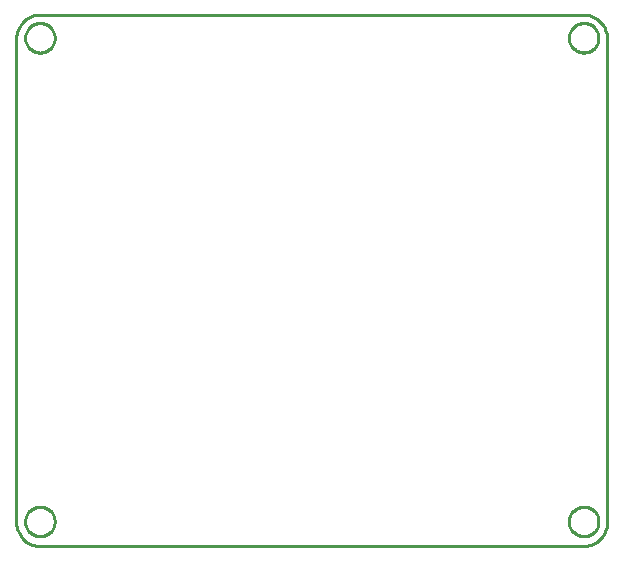
<source format=gbr>
G04 EAGLE Gerber RS-274X export*
G75*
%MOMM*%
%FSLAX34Y34*%
%LPD*%
%IN*%
%IPPOS*%
%AMOC8*
5,1,8,0,0,1.08239X$1,22.5*%
G01*
%ADD10C,0.254000*%


D10*
X-19996Y-410414D02*
X-19920Y-412157D01*
X-19692Y-413887D01*
X-19314Y-415590D01*
X-18790Y-417254D01*
X-18122Y-418866D01*
X-17316Y-420414D01*
X-16379Y-421885D01*
X-15317Y-423270D01*
X-14138Y-424556D01*
X-12851Y-425735D01*
X-11467Y-426797D01*
X-9996Y-427734D01*
X-8448Y-428540D01*
X-6836Y-429208D01*
X-5172Y-429732D01*
X-3469Y-430110D01*
X-1739Y-430338D01*
X4Y-430414D01*
X460004Y-430414D01*
X461747Y-430338D01*
X463477Y-430110D01*
X465181Y-429732D01*
X466845Y-429208D01*
X468457Y-428540D01*
X470004Y-427734D01*
X471476Y-426797D01*
X472860Y-425735D01*
X474146Y-424556D01*
X475325Y-423270D01*
X476387Y-421885D01*
X477325Y-420414D01*
X478130Y-418866D01*
X478798Y-417254D01*
X479323Y-415590D01*
X479700Y-413887D01*
X479928Y-412157D01*
X480004Y-410414D01*
X480004Y-414D01*
X479928Y1329D01*
X479700Y3059D01*
X479323Y4763D01*
X478798Y6427D01*
X478130Y8039D01*
X477325Y9586D01*
X476387Y11058D01*
X475325Y12442D01*
X474146Y13728D01*
X472860Y14907D01*
X471476Y15969D01*
X470004Y16907D01*
X468457Y17712D01*
X466845Y18380D01*
X465181Y18905D01*
X463477Y19282D01*
X461747Y19510D01*
X460004Y19586D01*
X4Y19586D01*
X-1739Y19510D01*
X-3469Y19282D01*
X-5172Y18905D01*
X-6836Y18380D01*
X-8448Y17712D01*
X-9996Y16907D01*
X-11467Y15969D01*
X-12852Y14907D01*
X-14138Y13728D01*
X-15317Y12442D01*
X-16379Y11058D01*
X-17316Y9586D01*
X-18122Y8039D01*
X-18790Y6427D01*
X-19314Y4763D01*
X-19692Y3059D01*
X-19920Y1329D01*
X-19996Y-414D01*
X-19996Y-410414D01*
X12500Y-491D02*
X12423Y-1470D01*
X12269Y-2441D01*
X12040Y-3396D01*
X11736Y-4330D01*
X11361Y-5237D01*
X10915Y-6112D01*
X10401Y-6950D01*
X9824Y-7745D01*
X9186Y-8492D01*
X8492Y-9186D01*
X7745Y-9824D01*
X6950Y-10401D01*
X6112Y-10915D01*
X5237Y-11361D01*
X4330Y-11736D01*
X3396Y-12040D01*
X2441Y-12269D01*
X1470Y-12423D01*
X491Y-12500D01*
X-491Y-12500D01*
X-1470Y-12423D01*
X-2441Y-12269D01*
X-3396Y-12040D01*
X-4330Y-11736D01*
X-5237Y-11361D01*
X-6112Y-10915D01*
X-6950Y-10401D01*
X-7745Y-9824D01*
X-8492Y-9186D01*
X-9186Y-8492D01*
X-9824Y-7745D01*
X-10401Y-6950D01*
X-10915Y-6112D01*
X-11361Y-5237D01*
X-11736Y-4330D01*
X-12040Y-3396D01*
X-12269Y-2441D01*
X-12423Y-1470D01*
X-12500Y-491D01*
X-12500Y491D01*
X-12423Y1470D01*
X-12269Y2441D01*
X-12040Y3396D01*
X-11736Y4330D01*
X-11361Y5237D01*
X-10915Y6112D01*
X-10401Y6950D01*
X-9824Y7745D01*
X-9186Y8492D01*
X-8492Y9186D01*
X-7745Y9824D01*
X-6950Y10401D01*
X-6112Y10915D01*
X-5237Y11361D01*
X-4330Y11736D01*
X-3396Y12040D01*
X-2441Y12269D01*
X-1470Y12423D01*
X-491Y12500D01*
X491Y12500D01*
X1470Y12423D01*
X2441Y12269D01*
X3396Y12040D01*
X4330Y11736D01*
X5237Y11361D01*
X6112Y10915D01*
X6950Y10401D01*
X7745Y9824D01*
X8492Y9186D01*
X9186Y8492D01*
X9824Y7745D01*
X10401Y6950D01*
X10915Y6112D01*
X11361Y5237D01*
X11736Y4330D01*
X12040Y3396D01*
X12269Y2441D01*
X12423Y1470D01*
X12500Y491D01*
X12500Y-491D01*
X12500Y-410066D02*
X12423Y-411045D01*
X12269Y-412016D01*
X12040Y-412971D01*
X11736Y-413905D01*
X11361Y-414812D01*
X10915Y-415687D01*
X10401Y-416525D01*
X9824Y-417320D01*
X9186Y-418067D01*
X8492Y-418761D01*
X7745Y-419399D01*
X6950Y-419976D01*
X6112Y-420490D01*
X5237Y-420936D01*
X4330Y-421311D01*
X3396Y-421615D01*
X2441Y-421844D01*
X1470Y-421998D01*
X491Y-422075D01*
X-491Y-422075D01*
X-1470Y-421998D01*
X-2441Y-421844D01*
X-3396Y-421615D01*
X-4330Y-421311D01*
X-5237Y-420936D01*
X-6112Y-420490D01*
X-6950Y-419976D01*
X-7745Y-419399D01*
X-8492Y-418761D01*
X-9186Y-418067D01*
X-9824Y-417320D01*
X-10401Y-416525D01*
X-10915Y-415687D01*
X-11361Y-414812D01*
X-11736Y-413905D01*
X-12040Y-412971D01*
X-12269Y-412016D01*
X-12423Y-411045D01*
X-12500Y-410066D01*
X-12500Y-409084D01*
X-12423Y-408105D01*
X-12269Y-407135D01*
X-12040Y-406179D01*
X-11736Y-405245D01*
X-11361Y-404338D01*
X-10915Y-403463D01*
X-10401Y-402625D01*
X-9824Y-401830D01*
X-9186Y-401083D01*
X-8492Y-400389D01*
X-7745Y-399751D01*
X-6950Y-399174D01*
X-6112Y-398660D01*
X-5237Y-398214D01*
X-4330Y-397839D01*
X-3396Y-397535D01*
X-2441Y-397306D01*
X-1470Y-397152D01*
X-491Y-397075D01*
X491Y-397075D01*
X1470Y-397152D01*
X2441Y-397306D01*
X3396Y-397535D01*
X4330Y-397839D01*
X5237Y-398214D01*
X6112Y-398660D01*
X6950Y-399174D01*
X7745Y-399751D01*
X8492Y-400389D01*
X9186Y-401083D01*
X9824Y-401830D01*
X10401Y-402625D01*
X10915Y-403463D01*
X11361Y-404338D01*
X11736Y-405245D01*
X12040Y-406179D01*
X12269Y-407135D01*
X12423Y-408105D01*
X12500Y-409084D01*
X12500Y-410066D01*
X472875Y-410066D02*
X472798Y-411045D01*
X472644Y-412016D01*
X472415Y-412971D01*
X472111Y-413905D01*
X471736Y-414812D01*
X471290Y-415687D01*
X470776Y-416525D01*
X470199Y-417320D01*
X469561Y-418067D01*
X468867Y-418761D01*
X468120Y-419399D01*
X467325Y-419976D01*
X466487Y-420490D01*
X465612Y-420936D01*
X464705Y-421311D01*
X463771Y-421615D01*
X462816Y-421844D01*
X461845Y-421998D01*
X460866Y-422075D01*
X459884Y-422075D01*
X458905Y-421998D01*
X457935Y-421844D01*
X456979Y-421615D01*
X456045Y-421311D01*
X455138Y-420936D01*
X454263Y-420490D01*
X453425Y-419976D01*
X452630Y-419399D01*
X451883Y-418761D01*
X451189Y-418067D01*
X450551Y-417320D01*
X449974Y-416525D01*
X449460Y-415687D01*
X449014Y-414812D01*
X448639Y-413905D01*
X448335Y-412971D01*
X448106Y-412016D01*
X447952Y-411045D01*
X447875Y-410066D01*
X447875Y-409084D01*
X447952Y-408105D01*
X448106Y-407135D01*
X448335Y-406179D01*
X448639Y-405245D01*
X449014Y-404338D01*
X449460Y-403463D01*
X449974Y-402625D01*
X450551Y-401830D01*
X451189Y-401083D01*
X451883Y-400389D01*
X452630Y-399751D01*
X453425Y-399174D01*
X454263Y-398660D01*
X455138Y-398214D01*
X456045Y-397839D01*
X456979Y-397535D01*
X457935Y-397306D01*
X458905Y-397152D01*
X459884Y-397075D01*
X460866Y-397075D01*
X461845Y-397152D01*
X462816Y-397306D01*
X463771Y-397535D01*
X464705Y-397839D01*
X465612Y-398214D01*
X466487Y-398660D01*
X467325Y-399174D01*
X468120Y-399751D01*
X468867Y-400389D01*
X469561Y-401083D01*
X470199Y-401830D01*
X470776Y-402625D01*
X471290Y-403463D01*
X471736Y-404338D01*
X472111Y-405245D01*
X472415Y-406179D01*
X472644Y-407135D01*
X472798Y-408105D01*
X472875Y-409084D01*
X472875Y-410066D01*
X472875Y-491D02*
X472798Y-1470D01*
X472644Y-2441D01*
X472415Y-3396D01*
X472111Y-4330D01*
X471736Y-5237D01*
X471290Y-6112D01*
X470776Y-6950D01*
X470199Y-7745D01*
X469561Y-8492D01*
X468867Y-9186D01*
X468120Y-9824D01*
X467325Y-10401D01*
X466487Y-10915D01*
X465612Y-11361D01*
X464705Y-11736D01*
X463771Y-12040D01*
X462816Y-12269D01*
X461845Y-12423D01*
X460866Y-12500D01*
X459884Y-12500D01*
X458905Y-12423D01*
X457935Y-12269D01*
X456979Y-12040D01*
X456045Y-11736D01*
X455138Y-11361D01*
X454263Y-10915D01*
X453425Y-10401D01*
X452630Y-9824D01*
X451883Y-9186D01*
X451189Y-8492D01*
X450551Y-7745D01*
X449974Y-6950D01*
X449460Y-6112D01*
X449014Y-5237D01*
X448639Y-4330D01*
X448335Y-3396D01*
X448106Y-2441D01*
X447952Y-1470D01*
X447875Y-491D01*
X447875Y491D01*
X447952Y1470D01*
X448106Y2441D01*
X448335Y3396D01*
X448639Y4330D01*
X449014Y5237D01*
X449460Y6112D01*
X449974Y6950D01*
X450551Y7745D01*
X451189Y8492D01*
X451883Y9186D01*
X452630Y9824D01*
X453425Y10401D01*
X454263Y10915D01*
X455138Y11361D01*
X456045Y11736D01*
X456979Y12040D01*
X457935Y12269D01*
X458905Y12423D01*
X459884Y12500D01*
X460866Y12500D01*
X461845Y12423D01*
X462816Y12269D01*
X463771Y12040D01*
X464705Y11736D01*
X465612Y11361D01*
X466487Y10915D01*
X467325Y10401D01*
X468120Y9824D01*
X468867Y9186D01*
X469561Y8492D01*
X470199Y7745D01*
X470776Y6950D01*
X471290Y6112D01*
X471736Y5237D01*
X472111Y4330D01*
X472415Y3396D01*
X472644Y2441D01*
X472798Y1470D01*
X472875Y491D01*
X472875Y-491D01*
M02*

</source>
